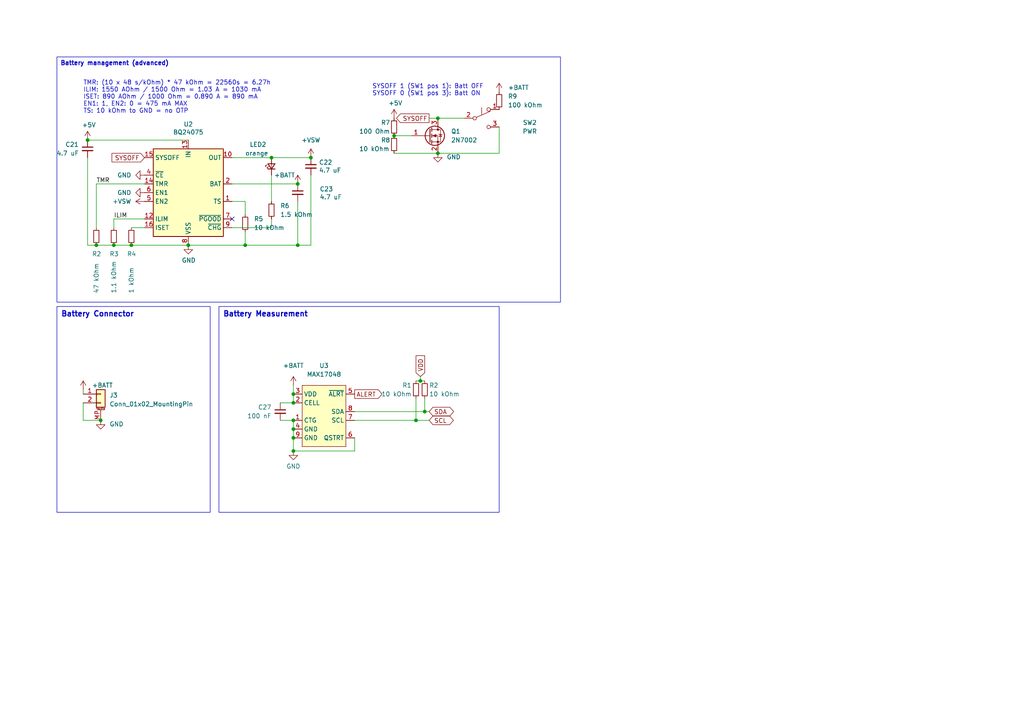
<source format=kicad_sch>
(kicad_sch (version 20230121) (generator eeschema)
  (paper "A4")
  (lib_symbols
    (symbol "Battery_Management:BQ24075RGT"
      (property "Reference" "U" (at -8.89 13.97 0))
      (property "Value" "BQ24075RGT" (at 16.51 13.97 0))
      (symbol "BQ24075RGT_0_1"
        (rectangle (start -10.16 12.7) (end 10.16 -12.7) (stroke (width 0.254)) (fill (type background)))
      )
      (symbol "BQ24075RGT_1_1"
        (pin passive line (at 12.7 -2.54 180) (length 2.54) (name "TS") (number "1"))
        (pin power_out line (at 12.7 10.16 180) (length 2.54) (name "OUT") (number "10"))
        (pin passive line (at 12.7 10.16 180) (length 2.54) hide (name "OUT") (number "11"))
        (pin passive line (at -12.7 -7.62 0) (length 2.54) (name "ILIM") (number "12"))
        (pin power_in line (at 0 15.24 270) (length 2.54) (name "IN") (number "13"))
        (pin input line (at -12.7 2.54 0) (length 2.54) (name "TMR") (number "14"))
        (pin input line (at -12.7 10.16 0) (length 2.54) (name "SYSOFF") (number "15"))
        (pin passive line (at -12.7 -10.16 0) (length 2.54) (name "ISET") (number "16"))
        (pin passive line (at 0 -15.24 90) (length 2.54) hide (name "VSS") (number "17"))
        (pin power_out line (at 12.7 2.54 180) (length 2.54) (name "BAT") (number "2"))
        (pin passive line (at 12.7 2.54 180) (length 2.54) hide (name "BAT") (number "3"))
        (pin input line (at -12.7 5.08 0) (length 2.54) (name "~{CE}") (number "4"))
        (pin input line (at -12.7 -2.54 0) (length 2.54) (name "EN2") (number "5"))
        (pin input line (at -12.7 0 0) (length 2.54) (name "EN1") (number "6"))
        (pin open_collector line (at 12.7 -7.62 180) (length 2.54) (name "~{PGOOD}") (number "7"))
        (pin power_in line (at 0 -15.24 90) (length 2.54) (name "VSS") (number "8"))
        (pin open_collector line (at 12.7 -10.16 180) (length 2.54) (name "~{CHG}") (number "9"))
      )
    )
    (symbol "Connector_Generic_MountingPin:Conn_01x02_MountingPin" (pin_names (offset 1.016) hide)
      (property "Reference" "J" (at 0 2.54 0))
      (property "Value" "Conn_01x02_MountingPin" (at 1.27 -5.08 0))
      (symbol "Conn_01x02_MountingPin_1_1"
        (rectangle (start -1.27 -2.413) (end 0 -2.667) (stroke (width 0.1524)))
        (rectangle (start -1.27 0.127) (end 0 -0.127) (stroke (width 0.1524)))
        (rectangle (start -1.27 1.27) (end 1.27 -3.81) (stroke (width 0.254)) (fill (type background)))
        (polyline (pts (xy -1.016 -4.572) (xy 1.016 -4.572)) (stroke (width 0.1524)))
        (text "Mounting" (at 0 -4.191 0) (effects (font (size 0.381 0.381))))
        (pin passive line (at -5.08 0 0) (length 3.81) (name "Pin_1") (number "1"))
        (pin passive line (at -5.08 -2.54 0) (length 3.81) (name "Pin_2") (number "2"))
        (pin passive line (at 0 -7.62 90) (length 3.048) (name "MountPin") (number "MP"))
      )
    )
    (symbol "Device:C_Small" (pin_numbers hide) (pin_names (offset 0.254) hide)
      (property "Reference" "C" (at 0.254 1.778 0))
      (property "Value" "C_Small" (at 0.254 -2.032 0))
      (symbol "C_Small_0_1"
        (polyline (pts (xy -1.524 -0.508) (xy 1.524 -0.508)) (stroke (width 0.3302)))
        (polyline (pts (xy -1.524 0.508) (xy 1.524 0.508)) (stroke (width 0.3048)))
      )
      (symbol "C_Small_1_1"
        (pin passive line (at 0 2.54 270) (length 2.032) (name "~") (number "1"))
        (pin passive line (at 0 -2.54 90) (length 2.032) (name "~") (number "2"))
      )
    )
    (symbol "Device:LED_Small" (pin_numbers hide) (pin_names (offset 0.254) hide)
      (property "Reference" "D" (at -1.27 3.175 0))
      (property "Value" "LED_Small" (at -4.445 -2.54 0))
      (symbol "LED_Small_0_1"
        (polyline (pts (xy -0.762 -1.016) (xy -0.762 1.016)) (stroke (width 0.254)))
        (polyline (pts (xy 1.016 0) (xy -0.762 0)))
        (polyline (pts (xy 0.762 -1.016) (xy -0.762 0) (xy 0.762 1.016) (xy 0.762 -1.016)) (stroke (width 0.254)))
        (polyline (pts (xy 0 0.762) (xy -0.508 1.27) (xy -0.254 1.27) (xy -0.508 1.27) (xy -0.508 1.016)))
        (polyline (pts (xy 0.508 1.27) (xy 0 1.778) (xy 0.254 1.778) (xy 0 1.778) (xy 0 1.524)))
      )
      (symbol "LED_Small_1_1"
        (pin passive line (at -2.54 0 0) (length 1.778) (name "K") (number "1"))
        (pin passive line (at 2.54 0 180) (length 1.778) (name "A") (number "2"))
      )
    )
    (symbol "Device:R_Small" (pin_numbers hide) (pin_names (offset 0.254) hide)
      (property "Reference" "R" (at 0.762 0.508 0))
      (property "Value" "R_Small" (at 0.762 -1.016 0))
      (symbol "R_Small_0_1"
        (rectangle (start -0.762 1.778) (end 0.762 -1.778) (stroke (width 0.2032)))
      )
      (symbol "R_Small_1_1"
        (pin passive line (at 0 2.54 270) (length 0.762) (name "~") (number "1"))
        (pin passive line (at 0 -2.54 90) (length 0.762) (name "~") (number "2"))
      )
    )
    (symbol "Switch:SW_Push_SPDT" (pin_names (offset 0) hide)
      (property "Reference" "SW" (at 0 4.318 0))
      (property "Value" "SW_Push_SPDT" (at 0 -5.08 0))
      (symbol "SW_Push_SPDT_0_0"
        (circle (center -2.032 0) (radius 0.508))
        (polyline (pts (xy 0 1.016) (xy 0 3.048)))
        (circle (center 2.032 -2.54) (radius 0.508))
      )
      (symbol "SW_Push_SPDT_0_1"
        (polyline (pts (xy -1.524 0.254) (xy 2.54 2.032)))
        (circle (center 2.032 2.54) (radius 0.508))
      )
      (symbol "SW_Push_SPDT_1_1"
        (pin passive line (at 5.08 2.54 180) (length 2.54) (name "A") (number "1"))
        (pin passive line (at -5.08 0 0) (length 2.54) (name "B") (number "2"))
        (pin passive line (at 5.08 -2.54 180) (length 2.54) (name "C") (number "3"))
      )
    )
    (symbol "Transistor_FET:2N7002" (pin_names hide)
      (property "Reference" "Q" (at 5.08 1.905 0))
      (property "Value" "2N7002" (at 5.08 0 0))
      (symbol "2N7002_0_1"
        (polyline (pts (xy 0.254 0) (xy -2.54 0)))
        (polyline (pts (xy 0.254 1.905) (xy 0.254 -1.905)) (stroke (width 0.254)))
        (polyline (pts (xy 0.762 -1.27) (xy 0.762 -2.286)) (stroke (width 0.254)))
        (polyline (pts (xy 0.762 0.508) (xy 0.762 -0.508)) (stroke (width 0.254)))
        (polyline (pts (xy 0.762 2.286) (xy 0.762 1.27)) (stroke (width 0.254)))
        (polyline (pts (xy 2.54 2.54) (xy 2.54 1.778)))
        (polyline (pts (xy 2.54 -2.54) (xy 2.54 0) (xy 0.762 0)))
        (polyline (pts (xy 0.762 -1.778) (xy 3.302 -1.778) (xy 3.302 1.778) (xy 0.762 1.778)))
        (polyline (pts (xy 1.016 0) (xy 2.032 0.381) (xy 2.032 -0.381) (xy 1.016 0)) (fill (type outline)))
        (polyline (pts (xy 2.794 0.508) (xy 2.921 0.381) (xy 3.683 0.381) (xy 3.81 0.254)))
        (polyline (pts (xy 3.302 0.381) (xy 2.921 -0.254) (xy 3.683 -0.254) (xy 3.302 0.381)))
        (circle (center 1.651 0) (radius 2.794) (stroke (width 0.254)))
        (circle (center 2.54 -1.778) (radius 0.254) (fill (type outline)))
        (circle (center 2.54 1.778) (radius 0.254) (fill (type outline)))
      )
      (symbol "2N7002_1_1"
        (pin input line (at -5.08 0 0) (length 2.54) (name "G") (number "1"))
        (pin passive line (at 2.54 -5.08 90) (length 2.54) (name "S") (number "2"))
        (pin passive line (at 2.54 5.08 270) (length 2.54) (name "D") (number "3"))
      )
    )
    (symbol "marbastlib-various:MAX17048"
      (property "Reference" "U" (at 0 10.16 0))
      (property "Value" "MAX17048" (at 0 -10.16 0))
      (symbol "MAX17048_0_0"
        (pin power_in line (at -8.89 -1.27 0) (length 2.54) (name "CTG") (number "1"))
        (pin power_in line (at -8.89 3.81 0) (length 2.54) (name "CELL") (number "2"))
        (pin power_in line (at -8.89 6.35 0) (length 2.54) (name "VDD") (number "3"))
        (pin power_in line (at -8.89 -3.81 0) (length 2.54) (name "GND") (number "4"))
        (pin open_collector line (at 8.89 6.35 180) (length 2.54) (name "~{ALRT}") (number "5"))
        (pin input line (at 8.89 -6.35 180) (length 2.54) (name "QSTRT") (number "6"))
        (pin bidirectional line (at 8.89 -1.27 180) (length 2.54) (name "SCL") (number "7"))
        (pin bidirectional line (at 8.89 1.27 180) (length 2.54) (name "SDA") (number "8"))
        (pin power_in line (at -8.89 -6.35 0) (length 2.54) (name "GND") (number "9"))
      )
      (symbol "MAX17048_0_1"
        (rectangle (start -6.35 8.89) (end 6.35 -8.89) (stroke (width 0.1524)) (fill (type background)))
      )
    )
    (symbol "power:+5V" (power) (pin_names (offset 0))
      (property "Value" "+5V" (at 0 3.556 0))
      (symbol "+5V_0_1"
        (polyline (pts (xy -0.762 1.27) (xy 0 2.54)))
        (polyline (pts (xy 0 0) (xy 0 2.54)))
        (polyline (pts (xy 0 2.54) (xy 0.762 1.27)))
      )
      (symbol "+5V_1_1"
        (pin power_in line (at 0 0 90) (length 0) hide (name "+5V") (number "1"))
      )
    )
    (symbol "power:+BATT" (power) (pin_names (offset 0))
      (property "Value" "+BATT" (at 0 3.556 0))
      (symbol "+BATT_0_1"
        (polyline (pts (xy -0.762 1.27) (xy 0 2.54)))
        (polyline (pts (xy 0 0) (xy 0 2.54)))
        (polyline (pts (xy 0 2.54) (xy 0.762 1.27)))
      )
      (symbol "+BATT_1_1"
        (pin power_in line (at 0 0 90) (length 0) hide (name "+BATT") (number "1"))
      )
    )
    (symbol "power:+VSW" (power) (pin_names (offset 0))
      (property "Value" "+VSW" (at 0 3.556 0))
      (symbol "+VSW_0_1"
        (polyline (pts (xy -0.762 1.27) (xy 0 2.54)))
        (polyline (pts (xy 0 0) (xy 0 2.54)))
        (polyline (pts (xy 0 2.54) (xy 0.762 1.27)))
      )
      (symbol "+VSW_1_1"
        (pin power_in line (at 0 0 90) (length 0) hide (name "+VSW") (number "1"))
      )
    )
    (symbol "power:GND" (power) (pin_names (offset 0))
      (property "Value" "GND" (at 0 -3.81 0))
      (symbol "GND_0_1"
        (polyline (pts (xy 0 0) (xy 0 -1.27) (xy 1.27 -1.27) (xy 0 -2.54) (xy -1.27 -1.27) (xy 0 -1.27)))
      )
      (symbol "GND_1_1"
        (pin power_in line (at 0 0 270) (length 0) hide (name "GND") (number "1"))
      )
    )
  )
  (junction (at 123.19 119.38))
  (junction (at 29.21 121.92))
  (junction (at 85.09 114.3))
  (junction (at 120.65 121.92))
  (junction (at 78.74 45.72))
  (junction (at 85.09 116.84))
  (junction (at 86.36 71.12))
  (junction (at 114.3 39.37))
  (junction (at 38.1 71.12) (diameter 0.9144))
  (junction (at 33.02 71.12) (diameter 0.9144))
  (junction (at 85.09 121.92))
  (junction (at 54.61 71.12) (diameter 0.9144))
  (junction (at 25.4 40.64))
  (junction (at 85.09 130.81))
  (junction (at 85.09 127))
  (junction (at 90.17 45.72))
  (junction (at 121.92 110.49))
  (junction (at 127 34.29))
  (junction (at 27.94 71.12) (diameter 0.9144))
  (junction (at 127 44.45))
  (junction (at 85.09 124.46))
  (junction (at 86.36 53.34) (diameter 0.9144))
  (junction (at 71.12 71.12) (diameter 0.9144))
  (no_connect (at 67.31 63.5))
  (wire (pts (xy 85.09 127) (xy 85.09 130.81)))
  (wire (pts (xy 25.4 40.64) (xy 54.61 40.64)))
  (wire (pts (xy 27.94 71.12) (xy 33.02 71.12)))
  (wire (pts (xy 67.31 53.34) (xy 86.36 53.34)))
  (wire (pts (xy 25.4 45.72) (xy 25.4 71.12)))
  (wire (pts (xy 78.74 63.5) (xy 78.74 66.04)))
  (wire (pts (xy 81.28 116.84) (xy 85.09 116.84)))
  (wire (pts (xy 121.92 109.22) (xy 121.92 110.49)))
  (wire (pts (xy 67.31 45.72) (xy 78.74 45.72)))
  (wire (pts (xy 102.87 127) (xy 102.87 130.81)))
  (wire (pts (xy 33.02 63.5) (xy 41.91 63.5)))
  (wire (pts (xy 33.02 63.5) (xy 33.02 66.04)))
  (wire (pts (xy 144.78 44.45) (xy 127 44.45)))
  (wire (pts (xy 71.12 62.23) (xy 71.12 58.42)))
  (wire (pts (xy 27.94 53.34) (xy 27.94 66.04)))
  (wire (pts (xy 67.31 58.42) (xy 71.12 58.42)))
  (wire (pts (xy 86.36 58.42) (xy 86.36 71.12)))
  (wire (pts (xy 114.3 39.37) (xy 119.38 39.37)))
  (wire (pts (xy 81.28 121.92) (xy 85.09 121.92)))
  (wire (pts (xy 54.61 71.12) (xy 71.12 71.12)))
  (wire (pts (xy 71.12 67.31) (xy 71.12 71.12)))
  (wire (pts (xy 90.17 50.8) (xy 90.17 71.12)))
  (wire (pts (xy 24.13 116.84) (xy 24.13 121.92)))
  (wire (pts (xy 27.94 53.34) (xy 41.91 53.34)))
  (wire (pts (xy 78.74 45.72) (xy 90.17 45.72)))
  (wire (pts (xy 78.74 50.8) (xy 78.74 58.42)))
  (wire (pts (xy 85.09 124.46) (xy 85.09 127)))
  (wire (pts (xy 102.87 121.92) (xy 120.65 121.92)))
  (wire (pts (xy 124.46 34.29) (xy 127 34.29)))
  (wire (pts (xy 123.19 115.57) (xy 123.19 119.38)))
  (wire (pts (xy 85.09 121.92) (xy 85.09 124.46)))
  (wire (pts (xy 127 34.29) (xy 134.62 34.29)))
  (wire (pts (xy 85.09 111.76) (xy 85.09 114.3)))
  (wire (pts (xy 120.65 110.49) (xy 121.92 110.49)))
  (wire (pts (xy 25.4 71.12) (xy 27.94 71.12)))
  (wire (pts (xy 90.17 71.12) (xy 86.36 71.12)))
  (wire (pts (xy 123.19 119.38) (xy 124.46 119.38)))
  (wire (pts (xy 120.65 115.57) (xy 120.65 121.92)))
  (wire (pts (xy 85.09 114.3) (xy 85.09 116.84)))
  (wire (pts (xy 144.78 36.83) (xy 144.78 44.45)))
  (wire (pts (xy 121.92 110.49) (xy 123.19 110.49)))
  (wire (pts (xy 38.1 66.04) (xy 41.91 66.04)))
  (wire (pts (xy 71.12 71.12) (xy 86.36 71.12)))
  (wire (pts (xy 102.87 119.38) (xy 123.19 119.38)))
  (wire (pts (xy 102.87 130.81) (xy 85.09 130.81)))
  (wire (pts (xy 38.1 71.12) (xy 54.61 71.12)))
  (wire (pts (xy 33.02 71.12) (xy 38.1 71.12)))
  (wire (pts (xy 120.65 121.92) (xy 124.46 121.92)))
  (wire (pts (xy 67.31 66.04) (xy 78.74 66.04)))
  (wire (pts (xy 24.13 113.03) (xy 24.13 114.3)))
  (wire (pts (xy 24.13 121.92) (xy 29.21 121.92)))
  (wire (pts (xy 114.3 44.45) (xy 127 44.45)))
  (text_box "Battery management (advanced)" (at 16.51 16.51 0) (size 146.05 71.12) (effects (font (size 1.27 1.27) (thickness 0.254) bold) (justify left top)))
  (text_box "Battery Measurement" (at 63.5 88.9 0) (size 81.28 59.69) (effects (font (size 1.54 1.54) (thickness 0.308) bold) (justify left top)))
  (text_box "Battery Connector" (at 16.51 88.9 0) (size 44.45 59.69) (effects (font (size 1.54 1.54) (thickness 0.308) bold) (justify left top)))
  (text "SYSOFF 1 (SW1 pos 1): Batt OFF\nSYSOFF 0 (SW1 pos 3): Batt ON" (at 107.95 27.94 0) (effects (font (size 1.27 1.27)) (justify left bottom)))
  (text "TMR: (10 x 48 s/kOhm) * 47 kOhm = 22560s = 6.27h\nILIM: 1550 AOhm / 1500 Ohm = 1.03 A = 1030 mA\nISET: 890 AOhm / 1000 Ohm = 0.890 A = 890 mA\nEN1: 1, EN2: 0 = 475 mA MAX\nTS: 10 kOhm to GND = no OTP" (at 24.13 33.02 0) (effects (font (size 1.27 1.27)) (justify left bottom)))
  (label "TMR" (at 27.94 53.34 0))
  (label "ILIM" (at 33.02 63.5 0))
  (global_label "SDA" (shape bidirectional) (at 124.46 119.38 0) (property "Intersheetrefs" "${INTERSHEET_REFS}" (effects hide)))
  (global_label "SYSOFF" (shape input) (at 41.91 45.72 180) (property "Intersheetrefs" "${INTERSHEET_REFS}" (effects hide)))
  (global_label "ALERT" (shape output) (at 102.87 114.3 0) (property "Intersheetrefs" "${INTERSHEET_REFS}" (effects hide)))
  (global_label "SYSOFF" (shape output) (at 124.46 34.29 180) (property "Intersheetrefs" "${INTERSHEET_REFS}" (effects hide)))
  (global_label "SCL" (shape bidirectional) (at 124.46 121.92 0) (property "Intersheetrefs" "${INTERSHEET_REFS}" (effects hide)))
  (global_label "VDD" (shape input) (at 121.92 109.22 90) (property "Intersheetrefs" "${INTERSHEET_REFS}" (effects hide)))
  (symbol (lib_id "Device:R_Small") (at 123.19 113.03 0) (unit 1)
    (property "Reference" "R2" (at 124.46 111.7599 0) (effects (justify left)))
    (property "Value" "10 kOhm" (at 124.46 114.3 0) (effects (justify left)))
    (property "Footprint" "Resistor_SMD:R_0402_1005Metric" (effects hide))
    (property "LCSC" "C25744" (effects hide))
    (instances (project "osprey_rev_a" (path "" (reference "R2") (unit 1))) (project "Hotp4ck60" (path "" (reference "R12") (unit 1)) (path "" (reference "R11") (unit 1))) (project "designguide-schematic" (path "" (reference "R9") (unit 1))))
  )
  (symbol (lib_id "power:GND") (at 41.91 50.8 270) (unit 1)
    (property "Reference" "#PWR017" (effects hide))
    (property "Value" "GND" (at 38.1 50.7999 90) (effects (justify right)))
    (instances (project "Hotp4ck60" (path "" (reference "#PWR017") (unit 1))) (project "designguide-schematic" (path "" (reference "#PWR024") (unit 1))))
  )
  (symbol (lib_id "power:+BATT") (at 144.78 26.67 0) (unit 1)
    (property "Reference" "#PWR012" (effects hide))
    (property "Value" "+BATT" (at 147.32 25.3999 0) (effects (justify left)))
    (instances (project "Hotp4ck60" (path "" (reference "#PWR012") (unit 1))) (project "designguide-schematic" (path "" (reference "#PWR011") (unit 1))))
  )
  (symbol (lib_id "power:+5V") (at 25.4 40.64 0) (unit 1)
    (property "Reference" "#PWR014" (effects hide))
    (property "Value" "+5V" (at 25.781 36.2458 0))
    (instances (project "Hotp4ck60" (path "" (reference "#PWR014") (unit 1))) (project "designguide-schematic" (path "" (reference "#PWR018") (unit 1))))
  )
  (symbol (lib_id "Device:R_Small") (at 114.3 41.91 0) (unit 1)
    (property "Reference" "R8" (at 110.49 40.64 0) (effects (justify left)))
    (property "Value" "10 kOhm" (at 104.14 43.18 0) (effects (justify left)))
    (property "Footprint" "Resistor_SMD:R_0402_1005Metric" (effects hide))
  )
  (symbol (lib_id "power:+BATT") (at 85.09 111.76 0) (unit 1)
    (property "Reference" "#PWR025" (effects hide))
    (property "Value" "+BATT" (at 85.09 106.045 0))
    (instances (project "osprey_rev_a" (path "" (reference "#PWR025") (unit 1))) (project "Hotp4ck60" (path "" (reference "#PWR026") (unit 1)) (path "" (reference "#PWR026") (unit 1))) (project "designguide-schematic" (path "" (reference "#PWR027") (unit 1))))
  )
  (symbol (lib_id "power:+BATT") (at 86.36 53.34 0) (unit 1)
    (property "Reference" "#PWR018" (effects hide))
    (property "Value" "+BATT" (at 82.55 50.8 0))
    (instances (project "Hotp4ck60" (path "" (reference "#PWR018") (unit 1))) (project "designguide-schematic" (path "" (reference "#PWR025") (unit 1))))
  )
  (symbol (lib_id "Device:C_Small") (at 81.28 119.38 0) (unit 1)
    (property "Reference" "C27" (at 78.74 118.1162 0) (effects (justify right)))
    (property "Value" "100 nF" (at 78.74 120.6562 0) (effects (justify right)))
    (property "Footprint" "Capacitor_SMD:C_0402_1005Metric" (effects hide))
    (instances (project "osprey_rev_a" (path "" (reference "C27") (unit 1))) (project "Hotp4ck60" (path "" (reference "C27") (unit 1)) (path "" (reference "C24") (unit 1))) (project "designguide-schematic" (path "" (reference "C23") (unit 1))))
  )
  (symbol (lib_id "marbastlib-various:MAX17048") (at 93.98 120.65 0) (unit 1)
    (property "Reference" "U3" (at 93.98 106.045 0))
    (property "Value" "MAX17048" (at 93.98 108.585 0))
    (property "Footprint" "Package_DFN_QFN:DFN-8-1EP_2x2mm_P0.5mm_EP0.7x1.3mm" (effects hide))
    (property "Datasheet" "https://datasheets.maximintegrated.com/en/ds/MAX17048-MAX17049.pdf" (effects hide))
    (instances (project "osprey_rev_a" (path "" (reference "U3") (unit 1))) (project "Hotp4ck60" (path "" (reference "U4") (unit 1)) (path "" (reference "U3") (unit 1))) (project "designguide-schematic" (path "" (reference "U3") (unit 1))))
  )
  (symbol (lib_id "Device:R_Small") (at 144.78 29.21 180) (unit 1)
    (property "Reference" "R9" (at 147.32 27.94 0) (effects (justify right)))
    (property "Value" "100 kOhm" (at 147.32 30.48 0) (effects (justify right)))
    (property "Footprint" "Resistor_SMD:R_0402_1005Metric" (effects hide))
    (instances (project "Hotp4ck60" (path "" (reference "R9") (unit 1))) (project "designguide-schematic" (path "" (reference "R4") (unit 1))))
  )
  (symbol (lib_id "Switch:SW_Push_SPDT") (at 139.7 34.29 0) (unit 1)
    (property "Reference" "SW2" (at 153.67 35.56 0))
    (property "Value" "PWR" (at 153.67 38.1 0))
    (property "Footprint" "PCM_marbastlib-various:SW_MSK12C02-HB" (effects hide))
    (instances (project "Hotp4ck60" (path "" (reference "SW2") (unit 1))) (project "designguide-schematic" (path "" (reference "SW1") (unit 1))))
  )
  (symbol (lib_id "Device:R_Small") (at 33.02 68.58 0) (unit 1)
    (property "Reference" "R3" (at 31.75 73.6599 0) (effects (justify left)))
    (property "Value" "1.1 kOhm" (at 33.02 85.0899 90) (effects (justify left)))
    (property "Footprint" "Resistor_SMD:R_0402_1005Metric" (effects hide))
    (instances (project "Hotp4ck60" (path "" (reference "R3") (unit 1))) (project "designguide-schematic" (path "" (reference "R13") (unit 1))))
  )
  (symbol (lib_id "Device:R_Small") (at 71.12 64.77 0) (unit 1)
    (property "Reference" "R5" (at 73.66 63.5 0) (effects (justify left)))
    (property "Value" "10 kOhm" (at 73.66 66.04 0) (effects (justify left)))
    (property "Footprint" "Resistor_SMD:R_0402_1005Metric" (effects hide))
    (instances (project "Hotp4ck60" (path "" (reference "R5") (unit 1))) (project "designguide-schematic" (path "" (reference "R11") (unit 1))))
  )
  (symbol (lib_id "Device:R_Small") (at 38.1 68.58 0) (unit 1)
    (property "Reference" "R4" (at 36.83 73.66 0) (effects (justify left)))
    (property "Value" "1 kOhm" (at 38.1 85.09 90) (effects (justify left)))
    (property "Footprint" "Resistor_SMD:R_0402_1005Metric" (effects hide))
    (instances (project "Hotp4ck60" (path "" (reference "R4") (unit 1))) (project "designguide-schematic" (path "" (reference "R14") (unit 1))))
  )
  (symbol (lib_id "Device:R_Small") (at 120.65 113.03 0) (unit 1)
    (property "Reference" "R1" (at 119.38 111.7599 0) (effects (justify right)))
    (property "Value" "10 kOhm" (at 119.38 114.3 0) (effects (justify right)))
    (property "Footprint" "Resistor_SMD:R_0402_1005Metric" (effects hide))
    (property "LCSC" "C25744" (effects hide))
    (instances (project "osprey_rev_a" (path "" (reference "R1") (unit 1))) (project "Hotp4ck60" (path "" (reference "R8") (unit 1)) (path "" (reference "R10") (unit 1))) (project "designguide-schematic" (path "" (reference "R8") (unit 1))))
  )
  (symbol (lib_id "Device:R_Small") (at 114.3 36.83 0) (unit 1)
    (property "Reference" "R7" (at 110.49 35.56 0) (effects (justify left)))
    (property "Value" "100 Ohm" (at 104.14 38.1 0) (effects (justify left)))
    (property "Footprint" "Resistor_SMD:R_0402_1005Metric" (effects hide))
    (instances (project "Hotp4ck60" (path "" (reference "R7") (unit 1))) (project "designguide-schematic" (path "" (reference "R5") (unit 1))))
  )
  (symbol (lib_id "power:GND") (at 54.61 71.12 0) (unit 1)
    (property "Reference" "#PWR024" (effects hide))
    (property "Value" "GND" (at 54.737 75.5142 0))
    (instances (project "Hotp4ck60" (path "" (reference "#PWR024") (unit 1))) (project "designguide-schematic" (path "" (reference "#PWR032") (unit 1))))
  )
  (symbol (lib_id "power:GND") (at 29.21 121.92 0) (unit 1)
    (property "Reference" "#PWR027" (effects hide))
    (property "Value" "GND" (at 31.75 122.9994 0) (effects (justify left)))
    (instances (project "osprey_rev_a" (path "" (reference "#PWR027") (unit 1))) (project "Hotp4ck60" (path "" (reference "#PWR023") (unit 1)) (path "" (reference "#PWR033") (unit 1))) (project "designguide-schematic" (path "" (reference "#PWR023") (unit 1))))
  )
  (symbol (lib_id "Device:C_Small") (at 25.4 43.18 0) (unit 1)
    (property "Reference" "C21" (at 22.86 41.9162 0) (effects (justify right)))
    (property "Value" "4.7 uF" (at 22.86 44.4562 0) (effects (justify right)))
    (property "Footprint" "Capacitor_SMD:C_0402_1005Metric" (effects hide))
    (property "Notes" "X7R, 10%" (effects hide))
    (instances (project "Hotp4ck60" (path "" (reference "C21") (unit 1))) (project "designguide-schematic" (path "" (reference "C5") (unit 1))))
  )
  (symbol (lib_id "power:+BATT") (at 24.13 113.03 0) (unit 1)
    (property "Reference" "#PWR024" (effects hide))
    (property "Value" "+BATT" (at 26.67 111.7599 0) (effects (justify left)))
    (instances (project "osprey_rev_a" (path "" (reference "#PWR024") (unit 1))) (project "Hotp4ck60" (path "" (reference "#PWR024") (unit 1)) (path "" (reference "#PWR023") (unit 1))) (project "designguide-schematic" (path "" (reference "#PWR024") (unit 1))))
  )
  (symbol (lib_id "power:+VSW") (at 90.17 45.72 0) (unit 1)
    (property "Reference" "#PWR016" (effects hide))
    (property "Value" "+VSW" (at 90.17 40.64 0))
    (instances (project "Hotp4ck60" (path "" (reference "#PWR016") (unit 1))) (project "designguide-schematic" (path "" (reference "#PWR022") (unit 1))))
  )
  (symbol (lib_id "Device:LED_Small") (at 78.74 48.26 90) (unit 1)
    (property "Reference" "LED2" (at 72.39 41.91 90) (effects (justify right)))
    (property "Value" "orange" (at 71.12 44.45 90) (effects (justify right)))
    (property "Footprint" "LED_SMD:LED_0603_1608Metric" (effects hide))
  )
  (symbol (lib_id "power:+VSW") (at 41.91 58.42 90) (unit 1)
    (property "Reference" "#PWR019" (effects hide))
    (property "Value" "+VSW" (at 38.1 58.4199 90) (effects (justify left)))
    (instances (project "Hotp4ck60" (path "" (reference "#PWR019") (unit 1))) (project "designguide-schematic" (path "" (reference "#PWR027") (unit 1))))
  )
  (symbol (lib_id "Device:R_Small") (at 78.74 60.96 0) (unit 1)
    (property "Reference" "R6" (at 81.28 59.69 0) (effects (justify left)))
    (property "Value" "1.5 kOhm" (at 81.28 62.23 0) (effects (justify left)))
    (property "Footprint" "Resistor_SMD:R_0402_1005Metric" (effects hide))
    (instances (project "Hotp4ck60" (path "" (reference "R6") (unit 1))) (project "designguide-schematic" (path "" (reference "R10") (unit 1))))
  )
  (symbol (lib_id "Device:C_Small") (at 90.17 48.26 0) (unit 1)
    (property "Reference" "C22" (at 92.5068 47.0916 0) (effects (justify left)))
    (property "Value" "4.7 uF" (at 92.5068 49.403 0) (effects (justify left)))
    (property "Footprint" "Capacitor_SMD:C_0402_1005Metric" (effects hide))
    (property "Notes" "X7R, 10%" (effects hide))
    (instances (project "Hotp4ck60" (path "" (reference "C22") (unit 1))) (project "designguide-schematic" (path "" (reference "C6") (unit 1))))
  )
  (symbol (lib_id "Device:R_Small") (at 27.94 68.58 0) (unit 1)
    (property "Reference" "R2" (at 26.67 73.66 0) (effects (justify left)))
    (property "Value" "47 kOhm" (at 27.94 85.09 90) (effects (justify left)))
    (property "Footprint" "Resistor_SMD:R_0402_1005Metric" (effects hide))
    (instances (project "Hotp4ck60" (path "" (reference "R2") (unit 1))) (project "designguide-schematic" (path "" (reference "R12") (unit 1))))
  )
  (symbol (lib_id "Transistor_FET:2N7002") (at 124.46 39.37 0) (unit 1)
    (property "Reference" "Q1" (at 130.81 38.0999 0) (effects (justify left)))
    (property "Value" "2N7002" (at 130.81 40.6399 0) (effects (justify left)))
    (property "Footprint" "Package_TO_SOT_SMD:SOT-23" (effects hide))
    (property "Datasheet" "https://www.onsemi.com/pub/Collateral/NDS7002A-D.PDF" (effects hide))
    (instances (project "Hotp4ck60" (path "" (reference "Q1") (unit 1))) (project "designguide-schematic" (path "" (reference "Q2") (unit 1))))
  )
  (symbol (lib_id "power:GND") (at 127 44.45 0) (unit 1)
    (property "Reference" "#PWR015" (effects hide))
    (property "Value" "GND" (at 129.54 45.5294 0) (effects (justify left)))
    (instances (project "Hotp4ck60" (path "" (reference "#PWR015") (unit 1))) (project "designguide-schematic" (path "" (reference "#PWR021") (unit 1))))
  )
  (symbol (lib_id "power:+5V") (at 114.3 34.29 0) (unit 1)
    (property "Reference" "#PWR013" (effects hide))
    (property "Value" "+5V" (at 114.681 29.8958 0))
    (instances (project "Hotp4ck60" (path "" (reference "#PWR013") (unit 1))) (project "designguide-schematic" (path "" (reference "#PWR016") (unit 1))))
  )
  (symbol (lib_id "Connector_Generic_MountingPin:Conn_01x02_MountingPin") (at 29.21 114.3 0) (unit 1)
    (property "Reference" "J3" (at 31.75 114.6556 0) (effects (justify left)))
    (property "Value" "Conn_01x02_MountingPin" (at 31.75 117.1956 0) (effects (justify left)))
    (property "Footprint" "Connector_Molex:Molex_PicoBlade_53261-0271_1x02-1MP_P1.25mm_Horizontal" (effects hide))
    (instances (project "Hotp4ck60" (path "" (reference "J3") (unit 1)) (path "" (reference "J2") (unit 1))) (project "designguide-schematic" (path "" (reference "J3") (unit 1))))
  )
  (symbol (lib_id "Device:C_Small") (at 86.36 55.88 0) (unit 1)
    (property "Reference" "C23" (at 92.71 54.8386 0) (effects (justify left)))
    (property "Value" "4.7 uF" (at 92.71 57.15 0) (effects (justify left)))
    (property "Footprint" "Capacitor_SMD:C_0402_1005Metric" (effects hide))
    (property "Notes" "X7R, 10%" (effects hide))
    (instances (project "Hotp4ck60" (path "" (reference "C23") (unit 1))) (project "designguide-schematic" (path "" (reference "C7") (unit 1))))
  )
  (symbol (lib_id "power:GND") (at 41.91 55.88 270) (unit 1)
    (property "Reference" "#PWR020" (effects hide))
    (property "Value" "GND" (at 38.1 55.8799 90) (effects (justify right)))
    (instances (project "Hotp4ck60" (path "" (reference "#PWR020") (unit 1))) (project "designguide-schematic" (path "" (reference "#PWR029") (unit 1))))
  )
  (symbol (lib_id "Battery_Management:BQ24075RGT") (at 54.61 55.88 0) (unit 1)
    (property "Reference" "U2" (at 54.61 36.0426 0))
    (property "Value" "BQ24075" (at 54.61 38.354 0))
    (property "Footprint" "Package_DFN_QFN:VQFN-16-1EP_3x3mm_P0.5mm_EP1.6x1.6mm" (effects hide))
    (property "Datasheet" "http://www.ti.com/lit/ds/symlink/bq24075.pdf" (effects hide))
    (instances (project "Hotp4ck60" (path "" (reference "U2") (unit 1))) (project "designguide-schematic" (path "" (reference "U3") (unit 1))))
  )
  (symbol (lib_id "power:GND") (at 85.09 130.81 0) (unit 1)
    (property "Reference" "#PWR028" (effects hide))
    (property "Value" "GND" (at 85.09 135.255 0))
    (instances (project "osprey_rev_a" (path "" (reference "#PWR028") (unit 1))) (project "Hotp4ck60" (path "" (reference "#PWR027") (unit 1)) (path "" (reference "#PWR027") (unit 1))) (project "designguide-schematic" (path "" (reference "#PWR028") (unit 1))))
  )
)
</source>
